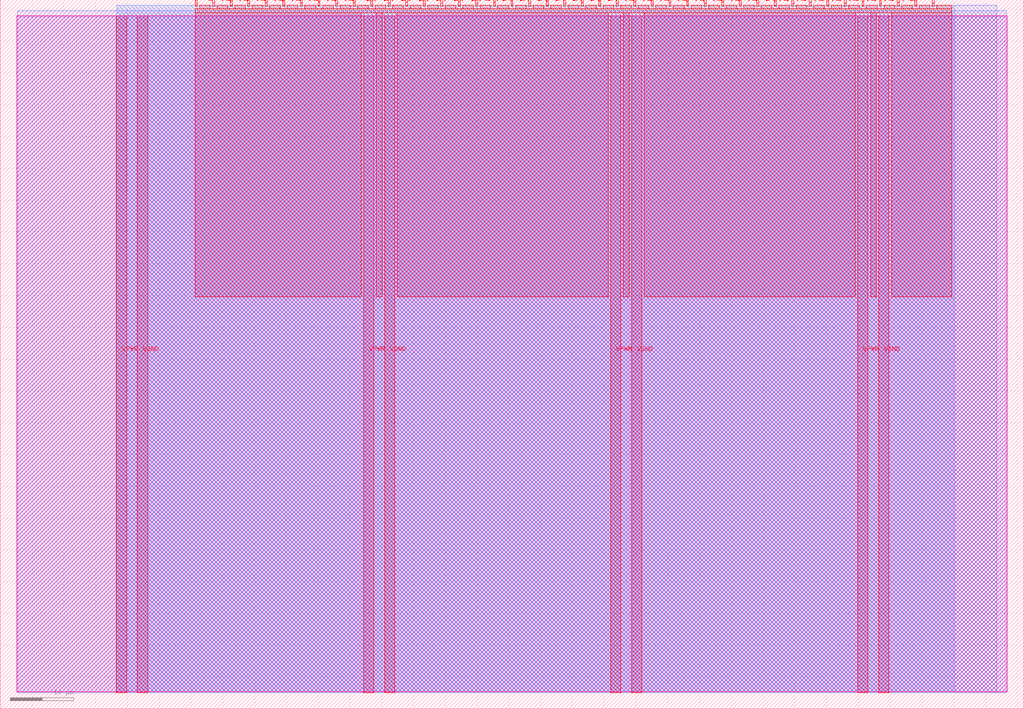
<source format=lef>
VERSION 5.7 ;
  NOWIREEXTENSIONATPIN ON ;
  DIVIDERCHAR "/" ;
  BUSBITCHARS "[]" ;
MACRO tt_um_vhdl_ALU_top
  CLASS BLOCK ;
  FOREIGN tt_um_vhdl_ALU_top ;
  ORIGIN 0.000 0.000 ;
  SIZE 161.000 BY 111.520 ;
  PIN VGND
    DIRECTION INOUT ;
    USE GROUND ;
    PORT
      LAYER met4 ;
        RECT 21.580 2.480 23.180 109.040 ;
    END
    PORT
      LAYER met4 ;
        RECT 60.450 2.480 62.050 109.040 ;
    END
    PORT
      LAYER met4 ;
        RECT 99.320 2.480 100.920 109.040 ;
    END
    PORT
      LAYER met4 ;
        RECT 138.190 2.480 139.790 109.040 ;
    END
  END VGND
  PIN VPWR
    DIRECTION INOUT ;
    USE POWER ;
    PORT
      LAYER met4 ;
        RECT 18.280 2.480 19.880 109.040 ;
    END
    PORT
      LAYER met4 ;
        RECT 57.150 2.480 58.750 109.040 ;
    END
    PORT
      LAYER met4 ;
        RECT 96.020 2.480 97.620 109.040 ;
    END
    PORT
      LAYER met4 ;
        RECT 134.890 2.480 136.490 109.040 ;
    END
  END VPWR
  PIN clk
    DIRECTION INPUT ;
    USE SIGNAL ;
    ANTENNAGATEAREA 0.852000 ;
    PORT
      LAYER met4 ;
        RECT 143.830 110.520 144.130 111.520 ;
    END
  END clk
  PIN ena
    DIRECTION INPUT ;
    USE SIGNAL ;
    PORT
      LAYER met4 ;
        RECT 146.590 110.520 146.890 111.520 ;
    END
  END ena
  PIN rst_n
    DIRECTION INPUT ;
    USE SIGNAL ;
    ANTENNAGATEAREA 0.159000 ;
    PORT
      LAYER met4 ;
        RECT 141.070 110.520 141.370 111.520 ;
    END
  END rst_n
  PIN ui_in[0]
    DIRECTION INPUT ;
    USE SIGNAL ;
    ANTENNAGATEAREA 0.196500 ;
    PORT
      LAYER met4 ;
        RECT 138.310 110.520 138.610 111.520 ;
    END
  END ui_in[0]
  PIN ui_in[1]
    DIRECTION INPUT ;
    USE SIGNAL ;
    ANTENNAGATEAREA 0.196500 ;
    PORT
      LAYER met4 ;
        RECT 135.550 110.520 135.850 111.520 ;
    END
  END ui_in[1]
  PIN ui_in[2]
    DIRECTION INPUT ;
    USE SIGNAL ;
    ANTENNAGATEAREA 0.196500 ;
    PORT
      LAYER met4 ;
        RECT 132.790 110.520 133.090 111.520 ;
    END
  END ui_in[2]
  PIN ui_in[3]
    DIRECTION INPUT ;
    USE SIGNAL ;
    ANTENNAGATEAREA 0.196500 ;
    PORT
      LAYER met4 ;
        RECT 130.030 110.520 130.330 111.520 ;
    END
  END ui_in[3]
  PIN ui_in[4]
    DIRECTION INPUT ;
    USE SIGNAL ;
    ANTENNAGATEAREA 0.196500 ;
    PORT
      LAYER met4 ;
        RECT 127.270 110.520 127.570 111.520 ;
    END
  END ui_in[4]
  PIN ui_in[5]
    DIRECTION INPUT ;
    USE SIGNAL ;
    ANTENNAGATEAREA 0.159000 ;
    PORT
      LAYER met4 ;
        RECT 124.510 110.520 124.810 111.520 ;
    END
  END ui_in[5]
  PIN ui_in[6]
    DIRECTION INPUT ;
    USE SIGNAL ;
    ANTENNAGATEAREA 0.196500 ;
    PORT
      LAYER met4 ;
        RECT 121.750 110.520 122.050 111.520 ;
    END
  END ui_in[6]
  PIN ui_in[7]
    DIRECTION INPUT ;
    USE SIGNAL ;
    ANTENNAGATEAREA 0.196500 ;
    PORT
      LAYER met4 ;
        RECT 118.990 110.520 119.290 111.520 ;
    END
  END ui_in[7]
  PIN uio_in[0]
    DIRECTION INPUT ;
    USE SIGNAL ;
    ANTENNAGATEAREA 0.196500 ;
    PORT
      LAYER met4 ;
        RECT 116.230 110.520 116.530 111.520 ;
    END
  END uio_in[0]
  PIN uio_in[1]
    DIRECTION INPUT ;
    USE SIGNAL ;
    ANTENNAGATEAREA 0.196500 ;
    PORT
      LAYER met4 ;
        RECT 113.470 110.520 113.770 111.520 ;
    END
  END uio_in[1]
  PIN uio_in[2]
    DIRECTION INPUT ;
    USE SIGNAL ;
    ANTENNAGATEAREA 0.196500 ;
    PORT
      LAYER met4 ;
        RECT 110.710 110.520 111.010 111.520 ;
    END
  END uio_in[2]
  PIN uio_in[3]
    DIRECTION INPUT ;
    USE SIGNAL ;
    ANTENNAGATEAREA 0.196500 ;
    PORT
      LAYER met4 ;
        RECT 107.950 110.520 108.250 111.520 ;
    END
  END uio_in[3]
  PIN uio_in[4]
    DIRECTION INPUT ;
    USE SIGNAL ;
    ANTENNAGATEAREA 0.196500 ;
    PORT
      LAYER met4 ;
        RECT 105.190 110.520 105.490 111.520 ;
    END
  END uio_in[4]
  PIN uio_in[5]
    DIRECTION INPUT ;
    USE SIGNAL ;
    ANTENNAGATEAREA 0.196500 ;
    PORT
      LAYER met4 ;
        RECT 102.430 110.520 102.730 111.520 ;
    END
  END uio_in[5]
  PIN uio_in[6]
    DIRECTION INPUT ;
    USE SIGNAL ;
    ANTENNAGATEAREA 0.196500 ;
    PORT
      LAYER met4 ;
        RECT 99.670 110.520 99.970 111.520 ;
    END
  END uio_in[6]
  PIN uio_in[7]
    DIRECTION INPUT ;
    USE SIGNAL ;
    ANTENNAGATEAREA 0.159000 ;
    PORT
      LAYER met4 ;
        RECT 96.910 110.520 97.210 111.520 ;
    END
  END uio_in[7]
  PIN uio_oe[0]
    DIRECTION OUTPUT ;
    USE SIGNAL ;
    PORT
      LAYER met4 ;
        RECT 49.990 110.520 50.290 111.520 ;
    END
  END uio_oe[0]
  PIN uio_oe[1]
    DIRECTION OUTPUT ;
    USE SIGNAL ;
    PORT
      LAYER met4 ;
        RECT 47.230 110.520 47.530 111.520 ;
    END
  END uio_oe[1]
  PIN uio_oe[2]
    DIRECTION OUTPUT ;
    USE SIGNAL ;
    PORT
      LAYER met4 ;
        RECT 44.470 110.520 44.770 111.520 ;
    END
  END uio_oe[2]
  PIN uio_oe[3]
    DIRECTION OUTPUT ;
    USE SIGNAL ;
    PORT
      LAYER met4 ;
        RECT 41.710 110.520 42.010 111.520 ;
    END
  END uio_oe[3]
  PIN uio_oe[4]
    DIRECTION OUTPUT ;
    USE SIGNAL ;
    PORT
      LAYER met4 ;
        RECT 38.950 110.520 39.250 111.520 ;
    END
  END uio_oe[4]
  PIN uio_oe[5]
    DIRECTION OUTPUT ;
    USE SIGNAL ;
    PORT
      LAYER met4 ;
        RECT 36.190 110.520 36.490 111.520 ;
    END
  END uio_oe[5]
  PIN uio_oe[6]
    DIRECTION OUTPUT ;
    USE SIGNAL ;
    PORT
      LAYER met4 ;
        RECT 33.430 110.520 33.730 111.520 ;
    END
  END uio_oe[6]
  PIN uio_oe[7]
    DIRECTION OUTPUT ;
    USE SIGNAL ;
    PORT
      LAYER met4 ;
        RECT 30.670 110.520 30.970 111.520 ;
    END
  END uio_oe[7]
  PIN uio_out[0]
    DIRECTION OUTPUT ;
    USE SIGNAL ;
    PORT
      LAYER met4 ;
        RECT 72.070 110.520 72.370 111.520 ;
    END
  END uio_out[0]
  PIN uio_out[1]
    DIRECTION OUTPUT ;
    USE SIGNAL ;
    PORT
      LAYER met4 ;
        RECT 69.310 110.520 69.610 111.520 ;
    END
  END uio_out[1]
  PIN uio_out[2]
    DIRECTION OUTPUT ;
    USE SIGNAL ;
    PORT
      LAYER met4 ;
        RECT 66.550 110.520 66.850 111.520 ;
    END
  END uio_out[2]
  PIN uio_out[3]
    DIRECTION OUTPUT ;
    USE SIGNAL ;
    PORT
      LAYER met4 ;
        RECT 63.790 110.520 64.090 111.520 ;
    END
  END uio_out[3]
  PIN uio_out[4]
    DIRECTION OUTPUT ;
    USE SIGNAL ;
    PORT
      LAYER met4 ;
        RECT 61.030 110.520 61.330 111.520 ;
    END
  END uio_out[4]
  PIN uio_out[5]
    DIRECTION OUTPUT ;
    USE SIGNAL ;
    PORT
      LAYER met4 ;
        RECT 58.270 110.520 58.570 111.520 ;
    END
  END uio_out[5]
  PIN uio_out[6]
    DIRECTION OUTPUT ;
    USE SIGNAL ;
    PORT
      LAYER met4 ;
        RECT 55.510 110.520 55.810 111.520 ;
    END
  END uio_out[6]
  PIN uio_out[7]
    DIRECTION OUTPUT ;
    USE SIGNAL ;
    PORT
      LAYER met4 ;
        RECT 52.750 110.520 53.050 111.520 ;
    END
  END uio_out[7]
  PIN uo_out[0]
    DIRECTION OUTPUT ;
    USE SIGNAL ;
    ANTENNADIFFAREA 0.445500 ;
    PORT
      LAYER met4 ;
        RECT 94.150 110.520 94.450 111.520 ;
    END
  END uo_out[0]
  PIN uo_out[1]
    DIRECTION OUTPUT ;
    USE SIGNAL ;
    ANTENNADIFFAREA 0.445500 ;
    PORT
      LAYER met4 ;
        RECT 91.390 110.520 91.690 111.520 ;
    END
  END uo_out[1]
  PIN uo_out[2]
    DIRECTION OUTPUT ;
    USE SIGNAL ;
    ANTENNADIFFAREA 0.891000 ;
    PORT
      LAYER met4 ;
        RECT 88.630 110.520 88.930 111.520 ;
    END
  END uo_out[2]
  PIN uo_out[3]
    DIRECTION OUTPUT ;
    USE SIGNAL ;
    ANTENNADIFFAREA 0.891000 ;
    PORT
      LAYER met4 ;
        RECT 85.870 110.520 86.170 111.520 ;
    END
  END uo_out[3]
  PIN uo_out[4]
    DIRECTION OUTPUT ;
    USE SIGNAL ;
    ANTENNADIFFAREA 0.891000 ;
    PORT
      LAYER met4 ;
        RECT 83.110 110.520 83.410 111.520 ;
    END
  END uo_out[4]
  PIN uo_out[5]
    DIRECTION OUTPUT ;
    USE SIGNAL ;
    ANTENNADIFFAREA 0.891000 ;
    PORT
      LAYER met4 ;
        RECT 80.350 110.520 80.650 111.520 ;
    END
  END uo_out[5]
  PIN uo_out[6]
    DIRECTION OUTPUT ;
    USE SIGNAL ;
    ANTENNADIFFAREA 0.891000 ;
    PORT
      LAYER met4 ;
        RECT 77.590 110.520 77.890 111.520 ;
    END
  END uo_out[6]
  PIN uo_out[7]
    DIRECTION OUTPUT ;
    USE SIGNAL ;
    ANTENNADIFFAREA 0.891000 ;
    PORT
      LAYER met4 ;
        RECT 74.830 110.520 75.130 111.520 ;
    END
  END uo_out[7]
  OBS
      LAYER nwell ;
        RECT 2.570 2.635 158.430 108.990 ;
      LAYER li1 ;
        RECT 2.760 2.635 158.240 108.885 ;
      LAYER met1 ;
        RECT 2.760 2.480 158.240 109.780 ;
      LAYER met2 ;
        RECT 18.310 2.535 156.760 110.685 ;
      LAYER met3 ;
        RECT 18.290 2.555 150.120 110.665 ;
      LAYER met4 ;
        RECT 31.370 110.120 33.030 110.665 ;
        RECT 34.130 110.120 35.790 110.665 ;
        RECT 36.890 110.120 38.550 110.665 ;
        RECT 39.650 110.120 41.310 110.665 ;
        RECT 42.410 110.120 44.070 110.665 ;
        RECT 45.170 110.120 46.830 110.665 ;
        RECT 47.930 110.120 49.590 110.665 ;
        RECT 50.690 110.120 52.350 110.665 ;
        RECT 53.450 110.120 55.110 110.665 ;
        RECT 56.210 110.120 57.870 110.665 ;
        RECT 58.970 110.120 60.630 110.665 ;
        RECT 61.730 110.120 63.390 110.665 ;
        RECT 64.490 110.120 66.150 110.665 ;
        RECT 67.250 110.120 68.910 110.665 ;
        RECT 70.010 110.120 71.670 110.665 ;
        RECT 72.770 110.120 74.430 110.665 ;
        RECT 75.530 110.120 77.190 110.665 ;
        RECT 78.290 110.120 79.950 110.665 ;
        RECT 81.050 110.120 82.710 110.665 ;
        RECT 83.810 110.120 85.470 110.665 ;
        RECT 86.570 110.120 88.230 110.665 ;
        RECT 89.330 110.120 90.990 110.665 ;
        RECT 92.090 110.120 93.750 110.665 ;
        RECT 94.850 110.120 96.510 110.665 ;
        RECT 97.610 110.120 99.270 110.665 ;
        RECT 100.370 110.120 102.030 110.665 ;
        RECT 103.130 110.120 104.790 110.665 ;
        RECT 105.890 110.120 107.550 110.665 ;
        RECT 108.650 110.120 110.310 110.665 ;
        RECT 111.410 110.120 113.070 110.665 ;
        RECT 114.170 110.120 115.830 110.665 ;
        RECT 116.930 110.120 118.590 110.665 ;
        RECT 119.690 110.120 121.350 110.665 ;
        RECT 122.450 110.120 124.110 110.665 ;
        RECT 125.210 110.120 126.870 110.665 ;
        RECT 127.970 110.120 129.630 110.665 ;
        RECT 130.730 110.120 132.390 110.665 ;
        RECT 133.490 110.120 135.150 110.665 ;
        RECT 136.250 110.120 137.910 110.665 ;
        RECT 139.010 110.120 140.670 110.665 ;
        RECT 141.770 110.120 143.430 110.665 ;
        RECT 144.530 110.120 146.190 110.665 ;
        RECT 147.290 110.120 149.665 110.665 ;
        RECT 30.655 109.440 149.665 110.120 ;
        RECT 30.655 64.775 56.750 109.440 ;
        RECT 59.150 64.775 60.050 109.440 ;
        RECT 62.450 64.775 95.620 109.440 ;
        RECT 98.020 64.775 98.920 109.440 ;
        RECT 101.320 64.775 134.490 109.440 ;
        RECT 136.890 64.775 137.790 109.440 ;
        RECT 140.190 64.775 149.665 109.440 ;
  END
END tt_um_vhdl_ALU_top
END LIBRARY


</source>
